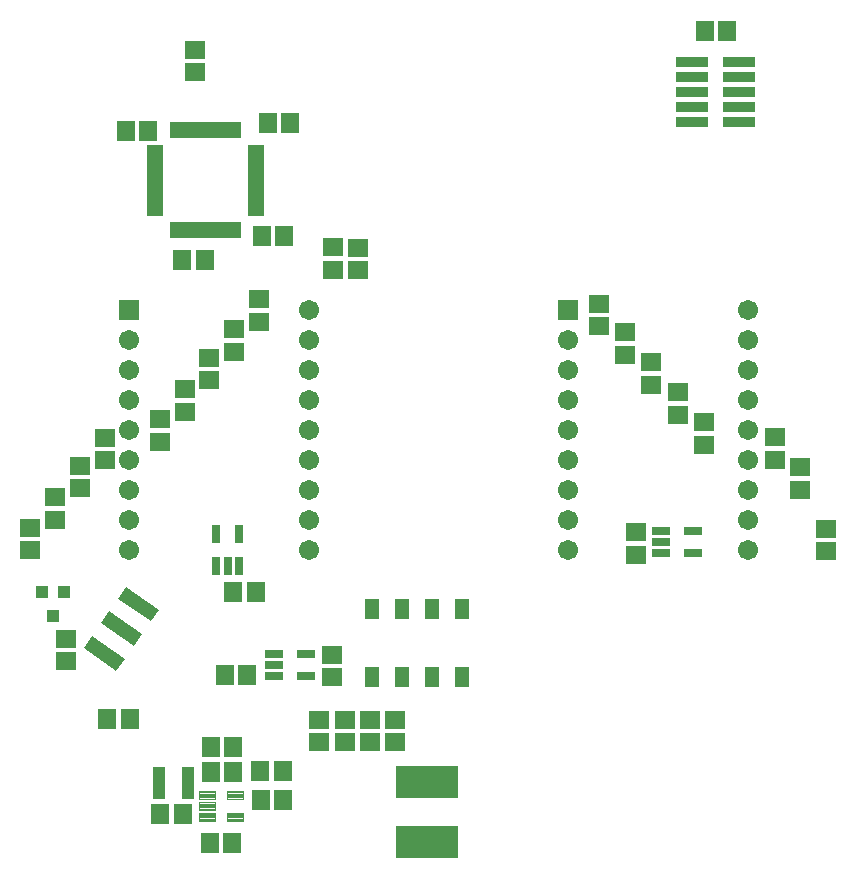
<source format=gbr>
G04 EAGLE Gerber X2 export*
%TF.Part,Single*%
%TF.FileFunction,Soldermask,Bot,1*%
%TF.FilePolarity,Negative*%
%TF.GenerationSoftware,Autodesk,EAGLE,9.0.1*%
%TF.CreationDate,2018-06-26T08:14:36Z*%
G75*
%MOIN*%
%FSLAX34Y34*%
%LPD*%
%AMOC8*
5,1,8,0,0,1.08239X$1,22.5*%
G01*
%ADD10R,0.019811X0.055244*%
%ADD11R,0.055244X0.019811*%
%ADD12R,0.041465X0.106425*%
%ADD13R,0.059181X0.067055*%
%ADD14R,0.067055X0.059181*%
%ADD15R,0.067370X0.067370*%
%ADD16C,0.067370*%
%ADD17R,0.030000X0.060000*%
%ADD18R,0.060000X0.030000*%
%ADD19R,0.106425X0.033591*%
%ADD20C,0.004151*%
%ADD21R,0.039000X0.043000*%
%ADD22R,0.047000X0.069000*%
%ADD23R,0.208000X0.108000*%
%ADD24R,0.048157X0.132803*%


D10*
X8229Y41096D03*
X8032Y41096D03*
X7835Y41096D03*
X7638Y41096D03*
X7441Y41096D03*
X7244Y41096D03*
X7048Y41096D03*
X6851Y41096D03*
X6654Y41096D03*
X6457Y41096D03*
X6260Y41096D03*
X6063Y41096D03*
D11*
X5473Y41687D03*
X5473Y41883D03*
X5473Y42080D03*
X5473Y42277D03*
X5473Y42474D03*
X5473Y42671D03*
X5473Y42868D03*
X5473Y43065D03*
X5473Y43261D03*
X5473Y43458D03*
X5473Y43655D03*
X5473Y43852D03*
D10*
X6063Y44443D03*
X6260Y44443D03*
X6457Y44443D03*
X6654Y44443D03*
X6851Y44443D03*
X7048Y44443D03*
X7244Y44443D03*
X7441Y44443D03*
X7638Y44443D03*
X7835Y44443D03*
X8032Y44443D03*
X8229Y44443D03*
D11*
X8819Y43852D03*
X8819Y43655D03*
X8819Y43458D03*
X8819Y43261D03*
X8819Y43065D03*
X8819Y42868D03*
X8819Y42671D03*
X8819Y42474D03*
X8819Y42277D03*
X8819Y42080D03*
X8819Y41883D03*
X8819Y41687D03*
D12*
X6560Y22666D03*
X5595Y22666D03*
D13*
X8064Y23046D03*
X7316Y23046D03*
X9720Y23059D03*
X8972Y23059D03*
X8996Y22106D03*
X9744Y22106D03*
X5636Y21646D03*
X6384Y21646D03*
X7326Y23886D03*
X8074Y23886D03*
X8044Y20666D03*
X7296Y20666D03*
D14*
X5625Y34800D03*
X5625Y34052D03*
X2978Y33250D03*
X2978Y32502D03*
X3812Y34180D03*
X3812Y33432D03*
X23766Y34700D03*
X23766Y33952D03*
X22889Y35700D03*
X22889Y34952D03*
X21135Y37700D03*
X21135Y36952D03*
X8094Y37800D03*
X8094Y37052D03*
X7271Y36850D03*
X7271Y36102D03*
X6448Y35800D03*
X6448Y35052D03*
X2145Y32200D03*
X2145Y31452D03*
X1312Y31180D03*
X1312Y30432D03*
X27846Y31150D03*
X27846Y30402D03*
X26143Y34200D03*
X26143Y33452D03*
X22012Y36700D03*
X22012Y35952D03*
X20259Y38650D03*
X20259Y37902D03*
X8918Y38800D03*
X8918Y38052D03*
D15*
X4600Y38441D03*
D16*
X4600Y37441D03*
X4600Y36441D03*
X4600Y35441D03*
X4600Y34441D03*
X4600Y33441D03*
X4600Y32441D03*
X4600Y31441D03*
X4600Y30441D03*
X10600Y30441D03*
X10600Y31441D03*
X10600Y32441D03*
X10600Y33441D03*
X10600Y34441D03*
X10600Y35441D03*
X10600Y36441D03*
X10600Y37441D03*
X10600Y38441D03*
D15*
X19226Y38425D03*
D16*
X19226Y37425D03*
X19226Y36425D03*
X19226Y35425D03*
X19226Y34425D03*
X19226Y33425D03*
X19226Y32425D03*
X19226Y31425D03*
X19226Y30425D03*
X25226Y30425D03*
X25226Y31425D03*
X25226Y32425D03*
X25226Y33425D03*
X25226Y34425D03*
X25226Y35425D03*
X25226Y36425D03*
X25226Y37425D03*
X25226Y38425D03*
D17*
X8251Y29893D03*
X7881Y29893D03*
X7511Y29893D03*
X7511Y30973D03*
X8251Y30973D03*
D18*
X22326Y30329D03*
X22326Y30699D03*
X22326Y31069D03*
X23406Y31069D03*
X23406Y30329D03*
D19*
X24943Y46721D03*
X23368Y46721D03*
X24943Y46221D03*
X23368Y46221D03*
X24943Y45721D03*
X23368Y45721D03*
X24943Y45221D03*
X23368Y45221D03*
X24943Y44721D03*
X23368Y44721D03*
D14*
X26969Y33200D03*
X26969Y32452D03*
D13*
X8824Y29050D03*
X8076Y29050D03*
D14*
X21500Y30276D03*
X21500Y31024D03*
D13*
X24534Y47730D03*
X23786Y47730D03*
D20*
X7466Y21405D02*
X6940Y21405D01*
X6940Y21659D01*
X7466Y21659D01*
X7466Y21405D01*
X7466Y21446D02*
X6940Y21446D01*
X6940Y21487D02*
X7466Y21487D01*
X7466Y21528D02*
X6940Y21528D01*
X6940Y21569D02*
X7466Y21569D01*
X7466Y21610D02*
X6940Y21610D01*
X6940Y21651D02*
X7466Y21651D01*
X7466Y21779D02*
X6940Y21779D01*
X6940Y22033D01*
X7466Y22033D01*
X7466Y21779D01*
X7466Y21820D02*
X6940Y21820D01*
X6940Y21861D02*
X7466Y21861D01*
X7466Y21902D02*
X6940Y21902D01*
X6940Y21943D02*
X7466Y21943D01*
X7466Y21984D02*
X6940Y21984D01*
X6940Y22025D02*
X7466Y22025D01*
X7466Y22153D02*
X6940Y22153D01*
X6940Y22407D01*
X7466Y22407D01*
X7466Y22153D01*
X7466Y22194D02*
X6940Y22194D01*
X6940Y22235D02*
X7466Y22235D01*
X7466Y22276D02*
X6940Y22276D01*
X6940Y22317D02*
X7466Y22317D01*
X7466Y22358D02*
X6940Y22358D01*
X6940Y22399D02*
X7466Y22399D01*
X7873Y22153D02*
X8399Y22153D01*
X7873Y22153D02*
X7873Y22407D01*
X8399Y22407D01*
X8399Y22153D01*
X8399Y22194D02*
X7873Y22194D01*
X7873Y22235D02*
X8399Y22235D01*
X8399Y22276D02*
X7873Y22276D01*
X7873Y22317D02*
X8399Y22317D01*
X8399Y22358D02*
X7873Y22358D01*
X7873Y22399D02*
X8399Y22399D01*
X8399Y21405D02*
X7873Y21405D01*
X7873Y21659D01*
X8399Y21659D01*
X8399Y21405D01*
X8399Y21446D02*
X7873Y21446D01*
X7873Y21487D02*
X8399Y21487D01*
X8399Y21528D02*
X7873Y21528D01*
X7873Y21569D02*
X8399Y21569D01*
X8399Y21610D02*
X7873Y21610D01*
X7873Y21651D02*
X8399Y21651D01*
D14*
X11348Y26202D03*
X11348Y26950D03*
D18*
X9428Y26235D03*
X9428Y26605D03*
X9428Y26975D03*
X10508Y26975D03*
X10508Y26235D03*
D13*
X8545Y26271D03*
X7797Y26271D03*
D14*
X13448Y24780D03*
X13448Y24031D03*
X11791Y24780D03*
X11791Y24031D03*
X12621Y24031D03*
X12621Y24780D03*
X10929Y24027D03*
X10929Y24775D03*
D21*
X1682Y29030D03*
X2442Y29030D03*
X2062Y28230D03*
D14*
X2500Y27474D03*
X2500Y26726D03*
D13*
X4614Y24798D03*
X3866Y24798D03*
X9224Y44660D03*
X9972Y44660D03*
D14*
X6780Y46364D03*
X6780Y47112D03*
D13*
X6376Y40120D03*
X7124Y40120D03*
D14*
X12240Y40516D03*
X12240Y39768D03*
X11390Y39784D03*
X11390Y40532D03*
D22*
X15692Y26193D03*
X15692Y28483D03*
X14692Y26193D03*
X14692Y28483D03*
X13692Y26193D03*
X13692Y28483D03*
X12692Y26193D03*
X12692Y28483D03*
D13*
X9026Y40900D03*
X9774Y40900D03*
X5244Y44390D03*
X4496Y44390D03*
D23*
X14520Y20710D03*
X14520Y22710D03*
D24*
G36*
X4452Y26817D02*
X4175Y26422D01*
X3088Y27183D01*
X3365Y27578D01*
X4452Y26817D01*
G37*
G36*
X5026Y27636D02*
X4749Y27241D01*
X3662Y28002D01*
X3939Y28397D01*
X5026Y27636D01*
G37*
G36*
X5599Y28455D02*
X5322Y28060D01*
X4235Y28821D01*
X4512Y29216D01*
X5599Y28455D01*
G37*
M02*

</source>
